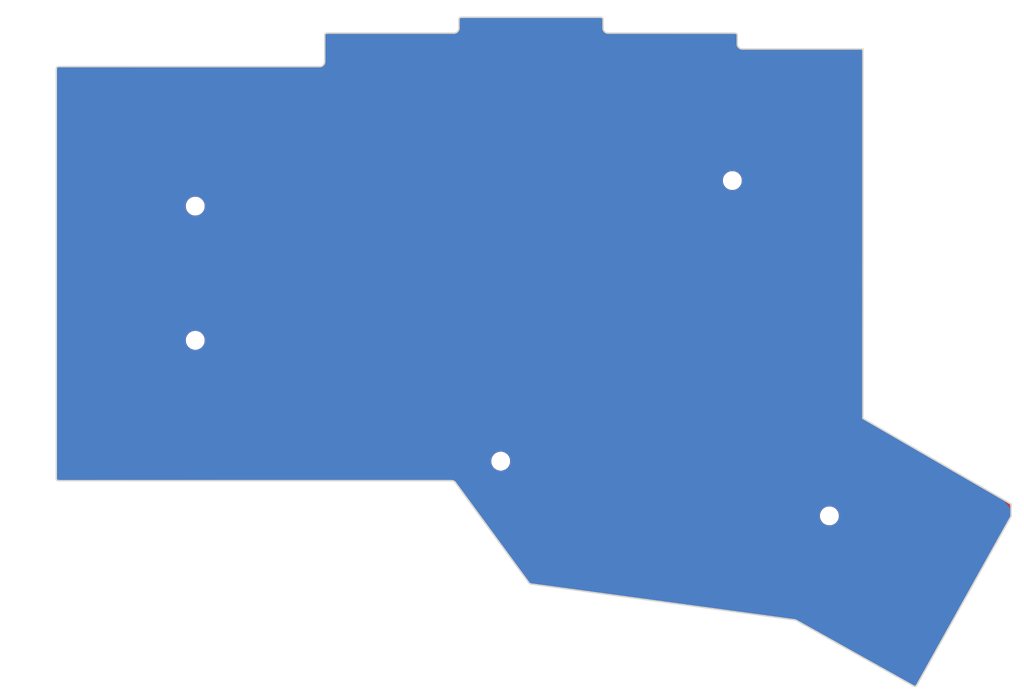
<source format=kicad_pcb>
(kicad_pcb (version 20221018) (generator pcbnew)
  (layers (0 "F.Cu" signal) (31 "B.Cu" signal) (34 "B.Paste" user) (35 "F.Paste" user) (36 "B.SilkS" user "B.Silkscreen") (37 "F.SilkS" user "F.Silkscreen") (38 "B.Mask" user) (39 "F.Mask" user) (44 "Edge.Cuts" user))
  (net 0 "")
  (footprint "MountingHole:MountingHole_2.2mm_M2" (layer "F.Cu") (at 184.45 62.9)
    (fp_text reference "REF**" hide)
    (fp_text value "MountingHole_2.2mm_M2" hide)
    (pad "" np_thru_hole circle (at 0 0) (size 2.2 2.2) (drill 2.2) (layers "*.Cu" "*.Mask"))
  )
  (footprint "MountingHole:MountingHole_2.2mm_M2" (layer "F.Cu") (at 108.42 66.52)
    (fp_text reference "REF**")
    (fp_text value "MountingHole_2.2mm_M2" hide)
    (pad "" np_thru_hole circle (at 0 0) (size 2.2 2.2) (drill 2.2) (layers "*.Cu" "*.Mask"))
  )
  (footprint "MountingHole:MountingHole_2.2mm_M2" (layer "F.Cu") (at 108.42 85.53)
    (fp_text reference "REF**")
    (fp_text value "MountingHole_2.2mm_M2" hide)
    (pad "" np_thru_hole circle (at 0 0) (size 2.2 2.2) (drill 2.2) (layers "*.Cu" "*.Mask"))
  )
  (footprint "MountingHole:MountingHole_2.2mm_M2" (layer "F.Cu") (at 151.66 102.65)
    (fp_text reference "REF**")
    (fp_text value "MountingHole_2.2mm_M2" hide)
    (pad "" np_thru_hole circle (at 0 0) (size 2.2 2.2) (drill 2.2) (layers "*.Cu" "*.Mask"))
  )
  (footprint "MountingHole:MountingHole_2.2mm_M2" (layer "F.Cu") (at 198.19 110.4)
    (fp_text reference "REF**")
    (fp_text value "MountingHole_2.2mm_M2" hide)
    (pad "" np_thru_hole circle (at 0 0) (size 2.2 2.2) (drill 2.2) (layers "*.Cu" "*.Mask"))
  )
  (gr_arc (start 144.697117 105.410001) (mid 145.013549 105.485605) (end 145.261628 105.696084) (stroke (width 0.2)) (layer "Edge.Cuts"))
  (gr_line (start 145.261628 105.696084) (end 155.696649 119.927656) (stroke (width 0.2)) (layer "Edge.Cuts"))
  (gr_arc (start 185.85 44.26) (mid 185.355025 44.054975) (end 185.15 43.56) (stroke (width 0.2)) (layer "Edge.Cuts"))
  (gr_arc (start 145.75 41.31) (mid 145.544975 41.804975) (end 145.05 42.01) (stroke (width 0.2)) (layer "Edge.Cuts"))
  (gr_line (start 202.933428 96.594085) (end 223.900049 108.724773) (stroke (width 0.2)) (layer "Edge.Cuts"))
  (gr_line (start 210.538399 134.390589) (end 223.900049 110.463123) (stroke (width 0.2)) (layer "Edge.Cuts"))
  (gr_line (start 202.933428 44.26) (end 202.933428 96.594085) (stroke (width 0.2)) (layer "Edge.Cuts"))
  (gr_arc (start 165.85 39.76) (mid 166.062132 39.847868) (end 166.15 40.06) (stroke (width 0.2)) (layer "Edge.Cuts"))
  (gr_arc (start 145.75 40.06) (mid 145.837868 39.847868) (end 146.05 39.76) (stroke (width 0.2)) (layer "Edge.Cuts"))
  (gr_arc (start 166.85 42.01) (mid 166.355025 41.804975) (end 166.15 41.31) (stroke (width 0.2)) (layer "Edge.Cuts"))
  (gr_line (start 145.75 40.06) (end 145.75 41.31) (stroke (width 0.2)) (layer "Edge.Cuts"))
  (gr_line (start 155.898127 120.047523) (end 193.275388 125.134345) (stroke (width 0.2)) (layer "Edge.Cuts"))
  (gr_arc (start 126.75 46.06) (mid 126.544975 46.554975) (end 126.05 46.76) (stroke (width 0.2)) (layer "Edge.Cuts"))
  (gr_line (start 88.75 47.06) (end 88.75 105.11) (stroke (width 0.2)) (layer "Edge.Cuts"))
  (gr_line (start 126.75 42.31) (end 126.75 46.06) (stroke (width 0.2)) (layer "Edge.Cuts"))
  (gr_arc (start 210.538399 134.39059) (mid 210.358155 134.532988) (end 210.130022 134.506148) (stroke (width 0.2)) (layer "Edge.Cuts"))
  (gr_line (start 165.85 39.76) (end 146.05 39.76) (stroke (width 0.2)) (layer "Edge.Cuts"))
  (gr_arc (start 155.898127 120.047523) (mid 155.785194 120.008085) (end 155.696649 119.927656) (stroke (width 0.2)) (layer "Edge.Cuts"))
  (gr_arc (start 126.75 42.31) (mid 126.837868 42.097868) (end 127.05 42.01) (stroke (width 0.2)) (layer "Edge.Cuts"))
  (gr_line (start 185.15 43.56) (end 185.15 42.31) (stroke (width 0.2)) (layer "Edge.Cuts"))
  (gr_line (start 89.05 105.41) (end 144.697117 105.41) (stroke (width 0.2)) (layer "Edge.Cuts"))
  (gr_line (start 145.05 42.01) (end 127.05 42.01) (stroke (width 0.2)) (layer "Edge.Cuts"))
  (gr_arc (start 89.05 105.41) (mid 88.837868 105.322132) (end 88.75 105.11) (stroke (width 0.2)) (layer "Edge.Cuts"))
  (gr_line (start 223.900049 110.463123) (end 223.900049 108.724773) (stroke (width 0.2)) (layer "Edge.Cuts"))
  (gr_line (start 166.15 41.31) (end 166.15 40.06) (stroke (width 0.2)) (layer "Edge.Cuts"))
  (gr_line (start 184.85 42.01) (end 166.85 42.01) (stroke (width 0.2)) (layer "Edge.Cuts"))
  (gr_line (start 126.05 46.76) (end 89.05 46.76) (stroke (width 0.2)) (layer "Edge.Cuts"))
  (gr_arc (start 184.85 42.01) (mid 185.062132 42.097868) (end 185.15 42.31) (stroke (width 0.2)) (layer "Edge.Cuts"))
  (gr_arc (start 88.75 47.06) (mid 88.837868 46.847868) (end 89.05 46.76) (stroke (width 0.2)) (layer "Edge.Cuts"))
  (gr_line (start 193.522708 125.217025) (end 210.130022 134.506148) (stroke (width 0.2)) (layer "Edge.Cuts"))
  (gr_arc (start 193.275389 125.134345) (mid 193.402933 125.164066) (end 193.522708 125.217025) (stroke (width 0.2)) (layer "Edge.Cuts"))
  (gr_line (start 202.933428 44.26) (end 185.85 44.26) (stroke (width 0.2)) (layer "Edge.Cuts"))
  (zone (net 0) (net_name "") (layer "F.Cu") (connect_pads (clearance 0.508)) (min_thickness 0.254) (fill yes (thermal_gap 0.508) (thermal_bridge_width 0.508))
    (polygon (pts (xy 88.86 105.14) (xy 89.01 105.3) (xy 144.83 105.24) (xy 145.35 105.57) (xy 155.79 119.81) (xy 155.94 119.88) (xy 193.44 124.98) (xy 210.22 134.42) (xy 210.43 134.35) (xy 223.79 110.43) (xy 223.78 108.79) (xy 202.83 96.67) (xy 202.78 44.39) (xy 185.74 44.39) (xy 185.01 43.74) (xy 185.03 42.28) (xy 184.87 42.14) (xy 166.72 42.12) (xy 166.03 41.47) (xy 166.03 40.07) (xy 165.9 39.9) (xy 146.05 39.87) (xy 145.88 40.03) (xy 145.87 41.51) (xy 145.15 42.13) (xy 126.98 42.13) (xy 126.89 42.24) (xy 126.89 46.14) (xy 126.17 46.88) (xy 89.04 46.87) (xy 88.86 47.05)))
  )
  (zone (net 0) (net_name "") (layer "F.Cu") (connect_pads (clearance 0.508)) (min_thickness 0.254) (fill yes (thermal_gap 0.508) (thermal_bridge_width 0.508))
    (polygon (pts (xy 203.47 44.01) (xy 185.88 44.06) (xy 185.47 41.22) (xy 169.84 37.44) (xy 93.21 44.09) (xy 81.07 50) (xy 87.13 108.61) (xy 140.54 110.01) (xy 157.54 124.19) (xy 211.57 136.35) (xy 225.76 111.44) (xy 214.67 98.14) (xy 204.4 93.78) (xy 204.92 57.13) (xy 204.62 56.15)))
  )
  (zone (net 0) (net_name "") (layer "B.Cu") (connect_pads (clearance 0.508)) (min_thickness 0.254) (fill yes (thermal_gap 0.508) (thermal_bridge_width 0.508))
    (polygon (pts (xy 203.18 43.89) (xy 185.59 43.94) (xy 185.18 41.1) (xy 169.55 37.32) (xy 92.92 43.97) (xy 80.78 49.88) (xy 86.84 108.49) (xy 140.25 109.89) (xy 157.25 124.07) (xy 211.28 136.23) (xy 225.47 111.32) (xy 214.38 98.02) (xy 204.11 93.66) (xy 204.63 57.01) (xy 204.33 56.03)))
  )
)
</source>
